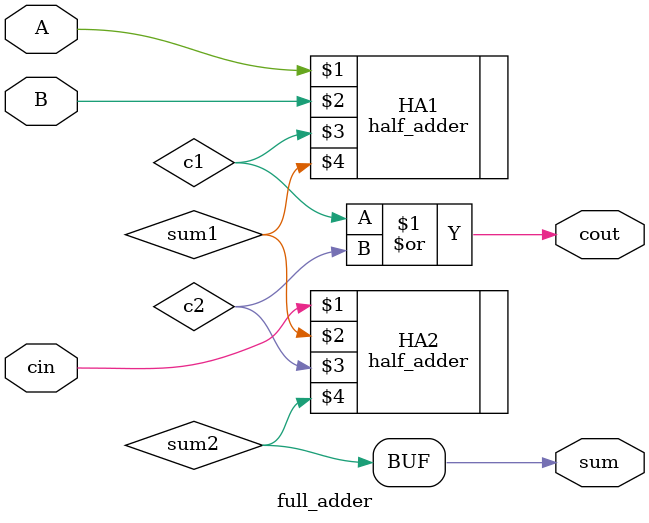
<source format=v>

module full_adder (A,B,cin,cout,sum);
    input A, B, cin;
    output cout, sum;
    wire c1,c2, sum1,sum2;

    half_adder HA1(A,B,c1,sum1);
    half_adder HA2(cin,sum1,c2,sum2);
    assign sum = sum2;
    assign cout = c1 | c2;
endmodule
</source>
